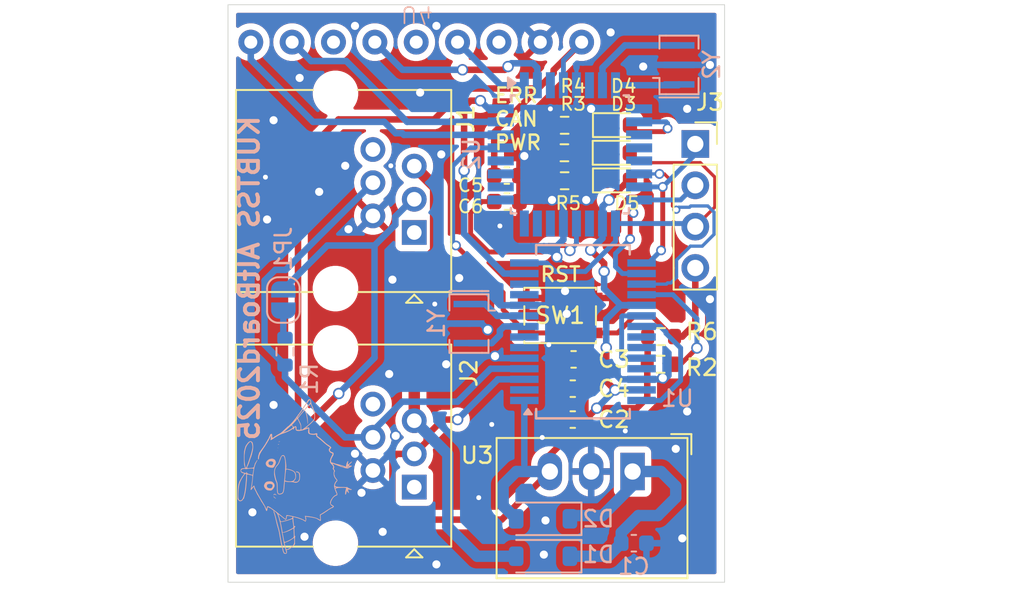
<source format=kicad_pcb>
(kicad_pcb (version 20240108) (generator "pcbnew") (generator_version "8.0")
  (layers (0 "F.Cu" signal) (31 "B.Cu" signal) (34 "B.Paste" user) (35 "F.Paste" user) (36 "B.SilkS" user "B.Silkscreen") (37 "F.SilkS" user "F.Silkscreen") (38 "B.Mask" user) (39 "F.Mask" user) (44 "Edge.Cuts" user))
  (net 0 "")
  (net 1 "Net-(D1-K)")
  (net 2 "GND")
  (net 3 "+5V")
  (net 4 "Net-(U2-AREF)")
  (net 5 "Net-(D1-A)")
  (net 6 "SCLK")
  (net 7 "Net-(D3-K)")
  (net 8 "Net-(D4-K)")
  (net 9 "ERR")
  (net 10 "Net-(D5-K)")
  (net 11 "CANH")
  (net 14 "CANL")
  (net 17 "MISO")
  (net 18 "RST")
  (net 19 "MOSI")
  (net 20 "Net-(JP1-B)")
  (net 21 "Net-(U1-~{RESET})")
  (net 22 "Net-(U1-RXD)")
  (net 24 "Net-(U1-TXD)")
  (net 29 "INT")
  (net 30 "CS")
  (net 31 "Net-(U1-OSC2)")
  (net 32 "Net-(U1-OSC1)")
  (net 37 "Net-(U2-XTAL1{slash}PB6)")
  (net 39 "TRIG")
  (net 45 "RX")
  (net 46 "ECHO")
  (net 49 "Net-(U2-XTAL2{slash}PB7)")
  (net 53 "TX")
  (footprint "Connector_RJ:RJ25_Wayconn_MJEA-660X1_Horizontal" (layer "F.Cu") (at 127.14 32.8 -90)
    (property "Reference" "J1")
    (property "Value" "RJ25")
  )
  (footprint "Connector_PinSocket_2.54mm:PinSocket_1x04_P2.54mm_Vertical" (layer "F.Cu") (at 144.4 27.36)
    (property "Reference" "J3")
    (property "Value" "ICSP")
  )
  (footprint "Capacitor_SMD:C_0603_1608Metric" (layer "F.Cu") (at 132.825 30.9 180)
    (property "Reference" "C6")
    (property "Value" "0.1u")
  )
  (footprint "LED_SMD:LED_0603_1608Metric" (layer "F.Cu") (at 139.5875 27.9)
    (property "Reference" "D3")
    (property "Value" "CAN" (hide yes))
  )
  (footprint "Capacitor_SMD:C_0603_1608Metric" (layer "F.Cu") (at 136.925 40.6)
    (property "Reference" "C3")
    (property "Value" "0.1u")
  )
  (footprint "Converter_DCDC:Converter_DCDC_RECOM_R-78E-0.5_THT" (layer "F.Cu") (at 140.547 47.4925 180)
    (property "Reference" "U3")
    (property "Value" "R-78E5.0-0.5")
  )
  (footprint "Button_Switch_SMD:SW_SPST_PTS810" (layer "F.Cu") (at 136.1 37.9 180)
    (property "Reference" "SW1")
    (property "Value" "RST" (hide yes))
  )
  (footprint "Capacitor_SMD:C_0603_1608Metric" (layer "F.Cu") (at 136.875 44.3 180)
    (property "Reference" "C2")
    (property "Value" "0.1u")
  )
  (footprint "LED_SMD:LED_0603_1608Metric" (layer "F.Cu") (at 139.6 26.2)
    (property "Reference" "D4")
    (property "Value" "ERR" (hide yes))
  )
  (footprint "Capacitor_SMD:C_0603_1608Metric" (layer "F.Cu") (at 132.825 29.3)
    (property "Reference" "C5")
    (property "Value" "0.1u")
  )
  (footprint "Connector_RJ:RJ25_Wayconn_MJEA-660X1_Horizontal" (layer "F.Cu") (at 127.14 48.45 -90)
    (property "Reference" "J2")
    (property "Value" "RJ25")
  )
  (footprint "Resistor_SMD:R_0603_1608Metric" (layer "F.Cu") (at 136.375 29.62 180)
    (property "Reference" "R5")
    (property "Value" "1k")
  )
  (footprint "Resistor_SMD:R_0603_1608Metric" (layer "F.Cu") (at 136.375 26.21 180)
    (property "Reference" "R4")
    (property "Value" "1k")
  )
  (footprint "Resistor_SMD:R_0603_1608Metric" (layer "F.Cu") (at 142.275 40.9)
    (property "Reference" "R2")
    (property "Value" "10k")
  )
  (footprint "LED_SMD:LED_0603_1608Metric" (layer "F.Cu") (at 139.6 29.6)
    (property "Reference" "D5")
    (property "Value" "PWR" (hide yes))
  )
  (footprint "Resistor_SMD:R_0603_1608Metric" (layer "F.Cu") (at 136.3625 27.9 180)
    (property "Reference" "R3")
    (property "Value" "1k")
  )
  (footprint "Resistor_SMD:R_0603_1608Metric" (layer "F.Cu") (at 142.3 39.2)
    (property "Reference" "R6")
    (property "Value" "10k")
  )
  (footprint "Capacitor_SMD:C_0603_1608Metric" (layer "F.Cu") (at 136.875 42.4)
    (property "Reference" "C4")
    (property "Value" "0.1u")
  )
  (footprint "Resistor_SMD:R_0603_1608Metric" (layer "B.Cu") (at 119.2 40.125 90)
    (property "Reference" "R1")
    (property "Value" "120")
  )
  (footprint "Diode_SMD:D_SOD-123" (layer "B.Cu") (at 135.05 50.4 180)
    (property "Reference" "D2")
    (property "Value" "RB160M")
  )
  (footprint "Package_QFP:TQFP-32_7x7mm_P0.8mm" (layer "B.Cu") (at 136.7 28 -90)
    (property "Reference" "U2")
    (property "Value" "ATmega328P-A")
  )
  (footprint "Crystal:Resonator_SMD_Murata_CSTxExxV-3Pin_3.0x1.1mm" (layer "B.Cu") (at 143.4 22.5 90)
    (property "Reference" "Y2")
    (property "Value" "16MHz")
  )
  (footprint "Diode_SMD:D_SOD-123" (layer "B.Cu") (at 135.05 52.7 180)
    (property "Reference" "D1")
    (property "Value" "RB160M")
  )
  (footprint "KUBTSS_parts:DFROBOT_SEN0001_v5" (layer "B.Cu") (at 127.26 21.1)
    (property "Reference" "U4")
    (property "Value" "~")
  )
  (footprint "Jumper:SolderJumper-2_P1.3mm_Open_RoundedPad1.0x1.5mm" (layer "B.Cu") (at 119.1 36.95 -90)
    (property "Reference" "JP1")
    (property "Value" "CAN")
  )
  (footprint "Package_SO:SSOP-28_5.3x10.2mm_P0.65mm" (layer "B.Cu") (at 137.5 38.9)
    (property "Reference" "U1")
    (property "Value" "MCP25625-x-SS")
  )
  (footprint "Capacitor_SMD:C_0603_1608Metric" (layer "B.Cu") (at 140.625 51.9)
    (property "Reference" "C1")
    (property "Value" "10u")
  )
  (footprint "Crystal:Resonator_SMD_Murata_CSTxExxV-3Pin_3.0x1.1mm" (layer "B.Cu") (at 130.5 38.4 -90)
    (property "Reference" "Y1")
    (property "Value" "16MHz")
  )
  (footprint "AKI_PARTS:eruba_10mm" (layer "B.Cu") (at 120.266729 47.704035 -90)
    (property "Reference" "G***" (hide yes))
    (property "Value" "LOGO" (hide yes))
  )
  (gr_rect (start 115.7 18.8) (end 146.2 54.3) (stroke (width 0.05)) (fill none) (layer "Edge.Cuts"))
  (gr_text "KUBTSS AltBoard2025" (at 117.7 25.5 90) (layer "B.SilkS") (effects (font (size 1.2 1.2) (thickness 0.24) (bold yes)) (justify left bottom mirror)))
  (gr_text "RST" (at 134.8 35.9 0) (layer "F.SilkS") (effects (font (size 0.9 0.9) (thickness 0.15) (bold yes)) (justify left bottom)))
  (gr_text "ERR\nCAN\nPWR" (at 132 27.8 0) (layer "F.SilkS") (effects (font (size 0.9 0.9) (thickness 0.15) (bold yes)) (justify left bottom)))
  (segment (start 139.05 52.7) (end 139.85 51.9) (width 0.7) (layer "B.Cu") (net 1))
  (segment (start 142.1 50.2) (end 140.9 50.2) (width 0.7) (layer "B.Cu") (net 1))
  (segment (start 136.7 50.2) (end 138.7 50.2) (width 0.7) (layer "B.Cu") (net 1))
  (segment (start 140.9 50.2) (end 139.85 51.25) (width 0.7) (layer "B.Cu") (net 1))
  (segment (start 143.2 49.1) (end 142.1 50.2) (width 0.7) (layer "B.Cu") (net 1))
  (segment (start 143.2 48.4) (end 143.2 49.1) (width 0.7) (layer "B.Cu") (net 1))
  (segment (start 140.547 48.353) (end 140.547 47.4925) (width 0.7) (layer "B.Cu") (net 1))
  (segment (start 140.245478 47.4925) (end 140.547 47.4925) (width 0.7) (layer "B.Cu") (net 1))
  (segment (start 140.547 47.4925) (end 142.2925 47.4925) (width 0.7) (layer "B.Cu") (net 1))
  (segment (start 142.2925 47.4925) (end 143.2 48.4) (width 0.7) (layer "B.Cu") (net 1))
  (segment (start 136.7 52.7) (end 139.05 52.7) (width 0.7) (layer "B.Cu") (net 1))
  (segment (start 139.85 51.25) (end 139.85 51.9) (width 0.7) (layer "B.Cu") (net 1))
  (segment (start 138.7 50.2) (end 140.547 48.353) (width 0.7) (layer "B.Cu") (net 1))
  (segment (start 136.15 42.35) (end 136.1 42.4) (width 0.2) (layer "F.Cu") (net 2))
  (segment (start 142.404947 41.742746) (end 142.404947 41.804947) (width 0.4) (layer "F.Cu") (net 2))
  (segment (start 136.3 35) (end 136.3 36.3) (width 0.4) (layer "F.Cu") (net 2))
  (segment (start 142.404947 41.804947) (end 143.9 43.3) (width 0.4) (layer "F.Cu") (net 2))
  (segment (start 136.3 36.3) (end 136.4 36.4) (width 0.4) (layer "F.Cu") (net 2))
  (segment (start 135.895014 34.302493) (end 135.895014 34.595014) (width 0.4) (layer "F.Cu") (net 2))
  (segment (start 131.65146 38.778216) (end 131.65146 39.95146) (width 0.4) (layer "F.Cu") (net 2))
  (segment (start 135.895014 34.595014) (end 136.3 35) (width 0.4) (layer "F.Cu") (net 2))
  (segment (start 136.15 40.6) (end 136.15 42.35) (width 0.4) (layer "F.Cu") (net 2))
  (segment (start 131.65146 39.95146) (end 132.1 40.4) (width 0.4) (layer "F.Cu") (net 2))
  (segment (start 143.9 43.3) (end 143.9 43.8) (width 0.4) (layer "F.Cu") (net 2))
  (segment (start 136.1 42.4) (end 136.1 44.3) (width 0.4) (layer "F.Cu") (net 2))
  (via (at 127.5 24.2) (size 0.7) (drill 0.5) (layers "F.Cu" "B.Cu") (net 2))
  (via (at 125.7 28.7) (size 0.6) (drill 0.3) (layers "F.Cu" "B.Cu") (net 2))
  (via (at 138 25.2) (size 0.7) (drill 0.5) (layers "F.Cu" "B.Cu") (net 2))
  (via (at 118 29.4) (size 0.6) (drill 0.3) (layers "F.Cu" "B.Cu") (net 2))
  (via (at 132.4 32.4) (size 0.6) (drill 0.3) (layers "F.Cu" "B.Cu") (net 2))
  (via (at 125.8 35.7) (size 0.7) (drill 0.5) (layers "F.Cu" "B.Cu") (net 2))
  (via (at 128.4 37.2) (size 0.6) (drill 0.3) (layers "F.Cu" "B.Cu") (net 2))
  (via (at 120.4 51.5) (size 0.7) (drill 0.5) (layers "F.Cu" "B.Cu") (net 2))
  (via (at 131.9 44.6) (size 0.6) (drill 0.3) (layers "F.Cu" "B.Cu") (net 2))
  (via (at 123.9 48.8) (size 0.7) (drill 0.5) (layers "F.Cu" "B.Cu") (net 2))
  (via (at 123.5 46.4) (size 0.7) (drill 0.5) (layers "F.Cu" "B.Cu") (net 2))
  (via (at 136.4 36.4) (size 0.7) (drill 0.5) (layers "F.Cu" "B.Cu") (net 2))
  (via (at 128.5 53.2) (size 0.7) (drill 0.5) (layers "F.Cu" "B.Cu") (net 2))
  (via (at 135.895014 34.302493) (size 0.7) (drill 0.5) (layers "F.Cu" "B.Cu") (net 2))
  (via (at 118.5 43.4) (size 0.7) (drill 0.5) (layers "F.Cu" "B.Cu") (net 2))
  (via (at 142.404947 41.742746) (size 0.7) (drill 0.5) (layers "F.Cu" "B.Cu") (net 2))
  (via (at 120.1 23.3) (size 0.7) (drill 0.5) (layers "F.Cu" "B.Cu") (net 2))
  (via (at 136.5 37.8) (size 0.7) (drill 0.5) (layers "F.Cu" "B.Cu") (net 2))
  (via (at 140.1 45) (size 0.6) (drill 0.3) (layers "F.Cu" "B.Cu") (net 2))
  (via (at 145.3 22.5) (size 0.7) (drill 0.5) (layers "F.Cu" "B.Cu") (net 2))
  (via (at 126 45.3) (size 0.7) (drill 0.5) (layers "F.Cu" "B.Cu") (net 2))
  (via (at 143.6 51.6) (size 0.7) (drill 0.5) (layers "F.Cu" "B.Cu") (net 2))
  (via (at 131.65146 38.778216) (size 0.7) (drill 0.5) (layers "F.Cu" "B.Cu") (net 2))
  (via (at 125.2 51.2) (size 0.7) (drill 0.5) (layers "F.Cu" "B.Cu") (net 2))
  (via (at 118.5 25.9) (size 0.7) (drill 0.5) (layers "F.Cu" "B.Cu") (net 2))
  (via (at 135.2 50.5) (size 0.7) (drill 0.5) (layers "F.Cu" "B.Cu") (net 2))
  (via (at 123.5 20.1) (size 0.7) (drill 0.5) (layers "F.Cu" "B.Cu") (net 2))
  (via (at 131.1 49.1) (size 0.6) (drill 0.3) (layers "F.Cu" "B.Cu") (net 2))
  (via (at 145.3 36.9) (size 0.7) (drill 0.5) (layers "F.Cu" "B.Cu") (net 2))
  (via (at 118.1 32) (size 0.7) (drill 0.5) (layers "F.Cu" "B.Cu") (net 2))
  (via (at 133.9 28.1) (size 0.7) (drill 0.5) (layers "F.Cu" "B.Cu") (net 2))
  (via (at 123.1 32.6) (size 0.7) (drill 0.5) (layers "F.Cu" "B.Cu") (net 2))
  (via (at 129.1 40.9) (size 0.7) (drill 0.5) (layers "F.Cu" "B.Cu") (net 2))
  (via (at 122.9 28.7) (size 0.7) (drill 0.5) (layers "F.Cu" "B.Cu") (net 2))
  (via (at 143.2 46.1) (size 0.7) (drill 0.5) (layers "F.Cu" "B.Cu") (net 2))
  (via (at 121.3 30.3) (size 0.7) (drill 0.5) (layers "F.Cu" "B.Cu") (net 2))
  (via (at 135 45.4) (size 0.6) (drill 0.3) (layers "F.Cu" "B.Cu") (net 2))
  (via (at 128.8 28) (size 0.7) (drill 0.5) (layers "F.Cu" "B.Cu") (net 2))
  (via (at 125.6 41.5) (size 0.7) (drill 0.5) (layers "F.Cu" "B.Cu") (net 2))
  (via (at 143.9 25.2) (size 0.7) (drill 0.5) (layers "F.Cu" "B.Cu") (net 2))
  (via (at 137.7 30.8) (size 0.7) (drill 0.5) (layers "F.Cu" "B.Cu") (net 2))
  (via (at 135.6 30.8) (size 0.7) (drill 0.5) (layers "F.Cu" "B.Cu") (net 2))
  (via (at 132.1 40.4) (size 0.7) (drill 0.5) (layers "F.Cu" "B.Cu") (net 2))
  (via (at 139.2 20.5) (size 0.7) (drill 0.5) (layers "F.Cu" "B.Cu") (net 2))
  (via (at 135.5 25.2) (size 0.6) (drill 0.3) (layers "F.Cu" "B.Cu") (net 2))
  (via (at 128.5 20.1) (size 0.7) (drill 0.5) (layers "F.Cu" "B.Cu") (net 2))
  (via (at 135.1 52.6) (size 0.7) (drill 0.5) (layers "F.Cu" "B.Cu") (net 2))
  (via (at 141.2 22.6) (size 0.7) (drill 0.5) (layers "F.Cu" "B.Cu") (net 2))
  (via (at 117.2 50) (size 0.7) (drill 0.5) (layers "F.Cu" "B.Cu") (net 2))
  (via (at 143.9 43.8) (size 0.7) (drill 0.5) (layers "F.Cu" "B.Cu") (net 2))
  (via (at 135.4 39.7) (size 0.6) (drill 0.3) (layers "F.Cu" "B.Cu") (net 2))
  (via (at 129.9 35.6) (size 0.7) (drill 0.5) (layers "F.Cu" "B.Cu") (net 2))
  (segment (start 132.225 40.525) (end 133.9 40.525) (width 0.4) (layer "B.Cu") (net 2))
  (segment (start 135.895014 33.644325) (end 135.895014 34.302493) (width 0.4) (layer "B.Cu") (net 2))
  (segment (start 132.423528 37.275) (end 133.9 37.275) (width 0.4) (layer "B.Cu") (net 2))
  (segment (start 130.5 38.4) (end 129.2 38.4) (width 0.4) (layer "B.Cu") (net 2))
  (segment (start 128.5 39.4) (end 128.4 39.5) (width 0.4) (layer "B.Cu") (net 2))
  (segment (start 136.3 32.25) (end 136.3 31.05) (width 0.4) (layer "B.Cu") (net 2))
  (segment (start 128.5 39.1) (end 128.5 39.4) (width 0.4) (layer "B.Cu") (net 2))
  (segment (start 130.748528 35.6) (end 132.423528 37.275) (width 0.4) (layer "B.Cu") (net 2))
  (segment (start 129.2 38.4) (end 128.5 39.1) (width 0.4) (layer "B.Cu") (net 2))
  (segment (start 142.322693 41.825) (end 142.404947 41.742746) (width 0.4) (layer "B.Cu") (net 2))
  (segment (start 135.975 37.275) (end 136.5 37.8) (width 0.4) (layer "B.Cu") (net 2))
  (segment (start 136.05 30.8) (end 135.6 30.8) (width 0.4) (layer "B.Cu") (net 2))
  (segment (start 129.9 35.6) (end 130.748528 35.6) (width 0.4) (layer "B.Cu") (net 2))
  (segment (start 128.4 40.2) (end 129.1 40.9) (width 0.4) (layer "B.Cu") (net 2))
  (segment (start 136.3 33.239339) (end 135.895014 33.644325) (width 0.4) (layer "B.Cu") (net 2))
  (segment (start 141.1 41.825) (end 142.322693 41.825) (width 0.4) (layer "B.Cu") (net 2))
  (segment (start 139.825 41.825) (end 136.5 38.5) (width 0.4) (layer "B.Cu") (net 2))
  (segment (start 128.4 39.5) (end 128.4 40.2) (width 0.4) (layer "B.Cu") (net 2))
  (segment (start 136.3 31.05) (end 136.05 30.8) (width 0.4) (layer "B.Cu") (net 2))
  (segment (start 141.1 41.825) (end 139.825 41.825) (width 0.4) (layer "B.Cu") (net 2))
  (segment (start 131.65146 38.778216) (end 131.273244 38.4) (width 0.4) (layer "B.Cu") (net 2))
  (segment (start 133.9 37.275) (end 135.975 37.275) (width 0.4) (layer "B.Cu") (net 2))
  (segment (start 132.1 40.4) (end 132.225 40.525) (width 0.4) (layer "B.Cu") (net 2))
  (segment (start 136.3 32.25) (end 136.3 33.239339) (width 0.4) (layer "B.Cu") (net 2))
  (segment (start 136.5 38.5) (end 136.5 37.8) (width 0.4) (layer "B.Cu") (net 2))
  (segment (start 131.273244 38.4) (end 130.5 38.4) (width 0.4) (layer "B.Cu") (net 2))
  (segment (start 120 47.2) (end 120 28.339339) (width 0.4) (layer "F.Cu") (net 3))
  (segment (start 135.467 46.483) (end 137.65 44.3) (width 0.4) (layer "F.Cu") (net 3))
  (segment (start 138.930331 41.94626) (end 139.469425 42.485354) (width 0.4) (layer "F.Cu") (net 3))
  (segment (start 135.7 22.82) (end 135.7 23) (width 0.4) (layer "F.Cu") (net 3))
  (segment (start 132.5095 50.45) (end 124.55 50.45) (width 0.4) (layer "F.Cu") (net 3))
  (segment (start 140.8 43.6) (end 141.45 42.95) (width 0.4) (layer "F.Cu") (net 3))
  (segment (start 134.7 24) (end 132.05 26.65) (width 0.4) (layer "F.Cu") (net 3))
  (segment (start 138.8 35.2) (end 138.8 34.7) (width 0.4) (layer "F.Cu") (net 3))
  (segment (start 138.8 34.7) (end 137.980025 33.880025) (width 0.4) (layer "F.Cu") (net 3))
  (segment (start 140.3875 29.6) (end 140.3 29.6) (width 0.4) (layer "F.Cu") (net 3))
  (segment (start 124.5 50.5) (end 123.3 50.5) (width 0.4) (layer "F.Cu") (net 3))
  (segment (start 128.369512 25.85) (end 130.269512 23.95) (width 0.4) (layer "F.Cu") (net 3))
  (segment (start 130.269512 23.95) (end 134.65 23.95) (width 0.4) (layer "F.Cu") (net 3))
  (segment (start 134.65 23.95) (end 134.7 24) (width 0.4) (layer "F.Cu") (net 3))
  (segment (start 137.7 42.35) (end 137.65 42.4) (width 0.4) (layer "F.Cu") (net 3))
  (segment (start 141.475 39.2) (end 141.475 40.875) (width 0.4) (layer "F.Cu") (net 3))
  (segment (start 137.65 44.3) (end 138.35 43.6) (width 0.4) (layer "F.Cu") (net 3))
  (segment (start 137.7 40.6) (end 137.7 42.35) (width 0.4) (layer "F.Cu") (net 3))
  (segment (start 138.930331 39.869669) (end 138.930331 41.94626) (width 0.4) (layer "F.Cu") (net 3))
  (segment (start 138.35 43.6) (end 140.8 43.6) (width 0.4) (layer "F.Cu") (net 3))
  (segment (start 135.467 47.4925) (end 135.467 46.483) (width 0.4) (layer "F.Cu") (net 3))
  (segment (start 141.45 42.95) (end 141.45 40.9) (width 0.4) (layer "F.Cu") (net 3))
  (segment (start 122.489339 25.85) (end 128.369512 25.85) (width 0.4) (layer "F.Cu") (net 3))
  (segment (start 135.467 47.4925) (end 132.5095 50.45) (width 0.4) (layer "F.Cu") (net 3))
  (segment (start 141.475 40.875) (end 141.45 40.9) (width 0.4) (layer "F.Cu") (net 3))
  (segment (start 132.05 26.65) (end 132.05 29.3) (width 0.4) (layer "F.Cu") (net 3))
  (segment (start 120 28.339339) (end 122.489339 25.85) (width 0.4) (layer "F.Cu") (net 3))
  (segment (start 124.55 50.45) (end 124.5 50.5) (width 0.4) (layer "F.Cu") (net 3))
  (segment (start 137.42 21.1) (end 135.7 22.82) (width 0.4) (layer "F.Cu") (net 3))
  (segment (start 135.7 23) (end 134.7 24) (width 0.4) (layer "F.Cu") (net 3))
  (segment (start 140.3 29.6) (end 139.1 30.8) (width 0.4) (layer "F.Cu") (net 3))
  (segment (start 137.65 42.4) (end 137.65 44.3) (width 0.4) (layer "F.Cu") (net 3))
  (segment (start 123.3 50.5) (end 120 47.2) (width 0.4) (layer "F.Cu") (net 3))
  (via (at 138.930331 39.869669) (size 0.7) (drill 0.5) (layers "F.Cu" "B.Cu") (net 3))
  (via (at 139.1 30.8) (size 0.7) (drill 0.5) (layers "F.Cu" "B.Cu") (net 3))
  (via (at 138.8 35.2) (size 0.7) (drill 0.5) (layers "F.Cu" "B.Cu") (net 3))
  (via (at 138.35 43.6) (size 0.7) (drill 0.5) (layers "F.Cu" "B.Cu") (net 3))
  (via (at 139.469425 42.485354) (size 0.7) (drill 0.5) (layers "F.Cu" "B.Cu") (net 3))
  (via (at 137.980025 33.880025) (size 0.7) (drill 0.5) (layers "F.Cu" "B.Cu") (net 3))
  (segment (start 139.825 37.275) (end 138.8 36.25) (width 0.4) (layer "B.Cu") (net 3))
  (segment (start 137.42 21.1) (end 136.3 22.22) (width 0.3) (layer "B.Cu") (net 3))
  (segment (start 139.1 30.8) (end 138.7 31.2) (width 0.4) (layer "B.Cu") (net 3))
  (segment (start 138.7 31.2) (end 138.7 32.25) (width 0.4) (layer "B.Cu") (net 3))
  (segment (start 138.7 33.16005) (end 138.7 32.25) (width 0.4) (layer "B.Cu") (net 3))
  (segment (start 133.4 50.4) (end 132.6 49.6) (width 0.7) (layer "B.Cu") (net 3))
  (segment (start 133.9 43.125) (end 133.9 47.0595) (width 0.4) (layer "B.Cu") (net 3))
  (segment (start 137.980025 33.880025) (end 138.7 33.16005) (width 0.4) (layer "B.Cu") (net 3))
  (segment (start 136.3 22.22) (end 136.3 23.75) (width 0.3) (layer "B.Cu") (net 3))
  (segment (start 132.6 48.3) (end 133.4075 47.4925) (width 0.7) (layer "B.Cu") (net 3))
  (segment (start 138.930331 38.141852) (end 138.930331 39.869669) (width 0.4) (layer "B.Cu") (net 3))
  (segment (start 139.475 42.475) (end 138.35 43.6) (width 0.4) (layer "B.Cu") (net 3))
  (segment (start 132.6 49.6) (end 132.6 48.3) (width 0.7) (layer "B.Cu") (net 3))
  (segment (start 133.4075 47.4925) (end 135.467 47.4925) (width 0.7) (layer "B.Cu") (net 3))
  (segment (start 138.8 36.25) (end 138.8 35.2) (width 0.4) (layer "B.Cu") (net 3))
  (segment (start 139.825 37.275) (end 139.797183 37.275) (width 0.4) (layer "B.Cu") (net 3))
  (segment (start 139.797183 37.275) (end 138.930331 38.141852) (width 0.4) (layer "B.Cu") (net 3))
  (segment (start 141.1 37.275) (end 139.797182 37.275) (width 0.4) (layer "B.Cu") (net 3))
  (segment (start 135.9 47.0595) (end 135.467 47.4925) (width 0.4) (layer "B.Cu") (net 3))
  (segment (start 141.1 42.475) (end 139.475 42.475) (width 0.4) (layer "B.Cu") (net 3))
  (segment (start 141.1 37.275) (end 139.825 37.275) (width 0.4) (layer "B.Cu") (net 3))
  (segment (start 130.6 31.6) (end 131.3 30.9) (width 0.3) (layer "F.Cu") (net 4))
  (segment (start 136.402493 33.602493) (end 135.397507 33.602493) (width 0.3) (layer "F.Cu") (net 4))
  (segment (start 131.7 34) (end 130.6 32.9) (width 0.3) (layer "F.Cu") (net 4))
  (segment (start 131.3 30.9) (end 132.05 30.9) (width 0.3) (layer "F.Cu") (net 4))
  (segment (start 136.7 33.9) (end 136.402493 33.602493) (width 0.3) (layer "F.Cu") (net 4))
  (segment (start 135 34) (end 131.7 34) (width 0.3) (layer "F.Cu") (net 4))
  (segment (start 135.397507 33.602493) (end 135 34) (width 0.3) (layer "F.Cu") (net 4))
  (segment (start 130.6 32.9) (end 130.6 31.6) (width 0.3) (layer "F.Cu") (net 4))
  (via (at 136.7 33.9) (size 0.7) (drill 0.5) (layers "F.Cu" "B.Cu") (net 4))
  (segment (start 137.1 33.5) (end 137.1 32.25) (width 0.3) (layer "B.Cu") (net 4))
  (segment (start 136.7 33.9) (end 137.1 33.5) (width 0.3) (layer "B.Cu") (net 4))
  (segment (start 128.45 33.95) (end 127.14 35.26) (width 0.7) (layer "F.Cu") (net 5))
  (segment (start 127.14 35.26) (end 127.14 44.37) (width 0.7) (layer "F.Cu") (net 5))
  (segment (start 128.45 30.03) (end 128.45 33.95) (width 0.7) (layer "F.Cu") (net 5))
  (segment (start 127.14 28.72) (end 128.45 30.03) (width 0.7) (layer "F.Cu") (net 5))
  (segment (start 133.4 52.7) (end 131 52.7) (width 0.7) (layer "B.Cu") (net 5))
  (segment (start 129.2 46.43) (end 127.14 44.37) (width 0.7) (layer "B.Cu") (net 5))
  (segment (start 131 52.7) (end 129.2 50.9) (width 0.7) (layer "B.Cu") (net 5))
  (segment (start 129.2 50.9) (end 129.2 46.43) (width 0.7) (layer "B.Cu") (net 5))
  (segment (start 144.71 28.51) (end 140.985 28.51) (width 0.2) (layer "F.Cu") (net 6))
  (segment (start 145.6 29.4) (end 144.71 28.51) (width 0.2) (layer "F.Cu") (net 6))
  (segment (start 140.985 28.51) (end 140.375 27.9) (width 0.2) (layer "F.Cu") (net 6))
  (segment (start 144.4 31.825) (end 144.4 32.44) (width 0.3) (layer "F.Cu") (net 6))
  (segment (start 144.4 32.44) (end 145.6 31.24) (width 0.2) (layer "F.Cu") (net 6))
  (segment (start 145.6 31.24) (end 145.6 29.4) (width 0.2) (layer "F.Cu") (net 6))
  (segment (start 135.8 35.2) (end 135.275 34.675) (width 0.3) (layer "B.Cu") (net 6))
  (segment (start 139.5 33.35) (end 137.65 35.2) (width 0.3) (layer "B.Cu") (net 6))
  (segment (start 135.275 34.675) (end 133.9 34.675) (width 0.3) (layer "B.Cu") (net 6))
  (segment (start 139.5 32.25) (end 144.21 32.25) (width 0.3) (layer "B.Cu") (net 6))
  (segment (start 139.5 32.25) (end 139.5 33.35) (width 0.3) (layer "B.Cu") (net 6))
  (segment (start 137.65 35.2) (end 135.8 35.2) (width 0.3) (layer "B.Cu") (net 6))
  (segment (start 144.21 32.25) (end 144.4 32.44) (width 0.3) (layer "B.Cu") (net 6))
  (segment (start 137.1875 27.9) (end 138.8 27.9) (width 0.4) (layer "F.Cu") (net 7))
  (segment (start 138.8025 26.21) (end 138.8125 26.2) (width 0.4) (layer "F.Cu") (net 8))
  (segment (start 137.2 26.21) (end 138.8025 26.21) (width 0.4) (layer "F.Cu") (net 8))
  (segment (start 142.5 26.6) (end 140.7875 26.6) (width 0.3) (layer "F.Cu") (net 9))
  (segment (start 142.7 26.4) (end 142.5 26.6) (width 0.3) (layer "F.Cu") (net 9))
  (segment (start 140.7875 26.6) (end 140.3875 26.2) (width 0.3) (layer "F.Cu") (net 9))
  (via (at 142.7 26.4) (size 0.6) (drill 0.4) (layers "F.Cu" "B.Cu") (net 9))
  (segment (start 142.7 26.4) (end 142.7 26.1) (width 0.3) (layer "B.Cu") (net 9))
  (segment (start 142.6 26) (end 140.95 26) (width 0.3) (layer "B.Cu") (net 9))
  (segment (start 142.7 26.1) (end 142.6 26) (width 0.3) (layer "B.Cu") (net 9))
  (segment (start 138.7925 29.62) (end 138.8125 29.6) (width 0.4) (layer "F.Cu") (net 10))
  (segment (start 137.2 29.62) (end 138.7925 29.62) (width 0.4) (layer "F.Cu") (net 10))
  (segment (start 124.6 45) (end 126.4 43.2) (width 0.4) (layer "B.Cu") (net 11))
  (segment (start 124.6 45.39) (end 124.6 45) (width 0.4) (layer "B.Cu") (net 11))
  (segment (start 124.6 29.74) (end 119.24 35.1) (width 0.4) (layer "B.Cu") (net 11))
  (segment (start 117.945 39.695) (end 119.2 40.95) (width 0.4) (layer "B.Cu") (net 11))
  (segment (start 122.89 45.39) (end 124.6 45.39) (width 0.4) (layer "B.Cu") (net 11))
  (segment (start 119.24 35.1) (end 118.6 35.1) (width 0.4) (layer "B.Cu") (net 11))
  (segment (start 118.6 35.1) (end 117.945 35.755) (width 0.4) (layer "B.Cu") (net 11))
  (segment (start 129.8 43.2) (end 131.825 41.175) (width 0.4) (layer "B.Cu") (net 11))
  (segment (start 126.4 43.2) (end 129.8 43.2) (width 0.4) (layer "B.Cu") (net 11))
  (segment (start 119.2 40.95) (end 119.2 41.7) (width 0.4) (layer "B.Cu") (net 11))
  (segment (start 131.825 41.175) (end 133.9 41.175) (width 0.4) (layer "B.Cu") (net 11))
  (segment (start 119.2 41.7) (end 122.89 45.39) (width 0.4) (layer "B.Cu") (net 11))
  (segment (start 117.945 35.755) (end 117.945 39.695) (width 0.4) (layer "B.Cu") (net 11))
  (segment (start 127.9 45.3) (end 127.9 45.65) (width 0.4) (layer "F.Cu") (net 14))
  (segment (start 120.7 44.5) (end 122.5 42.7) (width 0.4) (layer "F.Cu") (net 14))
  (segment (start 129.8 44.3) (end 128.9 44.3) (width 0.4) (layer "F.Cu") (net 14))
  (segment (start 126.065198 46.41) (end 125.8 46.675198) (width 0.4) (layer "F.Cu") (net 14))
  (segment (start 123.5 49.8) (end 120.7 47) (width 0.4) (layer "F.Cu") (net 14))
  (segment (start 127.14 46.41) (end 126.065198 46.41) (width 0.4) (layer "F.Cu") (net 14))
  (segment (start 125.3 49.8) (end 123.5 49.8) (width 0.4) (layer "F.Cu") (net 14))
  (segment (start 125.8 46.675198) (end 125.8 49.3) (width 0.4) (layer "F.Cu") (net 14))
  (segment (start 120.7 47) (end 120.7 44.5) (width 0.4) (layer "F.Cu") (net 14))
  (segment (start 127.9 45.65) (end 127.14 46.41) (width 0.4) (layer "F.Cu") (net 14))
  (segment (start 128.9 44.3) (end 127.9 45.3) (width 0.4) (layer "F.Cu") (net 14))
  (segment (start 125.8 49.3) (end 125.3 49.8) (width 0.4) (layer "F.Cu") (net 14))
  (via (at 129.8 44.3) (size 0.7) (drill 0.5) (layers "F.Cu" "B.Cu") (net 14))
  (via (at 122.5 42.7) (size 0.7) (drill 0.5) (layers "F.Cu" "B.Cu") (net 14))
  (segment (start 122.5 42.7) (end 124.7 40.5) (width 0.4) (layer "B.Cu") (net 14))
  (segment (start 124.7 40.5) (end 124.7 33.6) (width 0.4) (layer "B.Cu") (net 14))
  (segment (start 133.9 41.825) (end 132.275 41.825) (width 0.4) (layer "B.Cu") (net 14))
  (segment (start 125.98 32.32) (end 125.98 31.82) (width 0.4) (layer "B.Cu") (net 14))
  (segment (start 119.1 36.3) (end 121.8 33.6) (width 0.4) (layer "B.Cu") (net 14))
  (segment (start 124.7 33.6) (end 125.98 32.32) (width 0.4) (layer "B.Cu") (net 14))
  (segment (start 125.98 31.82) (end 127.04 30.76) (width 0.4) (layer "B.Cu") (net 14))
  (segment (start 121.8 33.6) (end 124.7 33.6) (width 0.4) (layer "B.Cu") (net 14))
  (segment (start 127.04 30.76) (end 127.14 30.76) (width 0.4) (layer "B.Cu") (net 14))
  (segment (start 132.275 41.825) (end 129.8 44.3) (width 0.4) (layer "B.Cu") (net 14))
  (segment (start 140.4 31.8) (end 140.6 31.6) (width 0.3) (layer "F.Cu") (net 17))
  (segment (start 140.4 33.2) (end 140.4 31.8) (width 0.3) (layer "F.Cu") (net 17))
  (via (at 140.4 33.2) (size 0.6) (drill 0.4) (layers "F.Cu" "B.Cu") (net 17))
  (via (at 140.6 31.6) (size 0.6) (drill 0.4) (layers "F.Cu" "B.Cu") (net 17))
  (segment (start 139.5 34.9) (end 139.5 34.7) (width 0.3) (layer "B.Cu") (net 17))
  (segment (start 139.925 35.325) (end 139.5 34.9) (width 0.3) (layer "B.Cu") (net 17))
  (segment (start 143.5 30.8) (end 144.4 29.9) (width 0.3) (layer "B.Cu") (net 17))
  (segment (start 140.6 31.6) (end 140.6 31.15) (width 0.3) (layer "B.Cu") (net 17))
  (segment (start 140.6 31.15) (end 140.95 30.8) (width 0.3) (layer "B.Cu") (net 17))
  (segment (start 139.5 34.7) (end 139.5 34.1) (width 0.3) (layer "B.Cu") (net 17))
  (segment (start 141.1 35.325) (end 139.925 35.325) (width 0.3) (layer "B.Cu") (net 17))
  (segment (start 140.95 30.8) (end 143.5 30.8) (width 0.3) (layer "B.Cu") (net 17))
  (segment (start 139.5 34.1) (end 140.4 33.2) (width 0.3) (layer "B.Cu") (net 17))
  (segment (start 132.6 36.5) (end 132.6 37.55) (width 0.3) (layer "F.Cu") (net 18))
  (segment (start 132.6 37.55) (end 134.025 38.975) (width 0.3) (layer "F.Cu") (net 18))
  (segment (start 138.175 38.975) (end 139.625 38.975) (width 0.3) (layer "F.Cu") (net 18))
  (segment (start 143 39.2) (end 143.125 39.2) (width 0.3) (layer "F.Cu") (net 18))
  (segment (start 134.025 38.975) (end 138.175 38.975) (width 0.3) (layer "F.Cu") (net 18))
  (segment (start 144.4 38.4) (end 144.4 34.98) (width 0.4) (layer "F.Cu") (net 18))
  (segment (start 139.625 38.975) (end 140.6 38) (width 0.3) (layer "F.Cu") (net 18))
  (segment (start 141.8 38) (end 143 39.2) (width 0.3) (layer "F.Cu") (net 18))
  (segment (start 129.7 33.6) (end 132.6 36.5) (width 0.3) (layer "F.Cu") (net 18))
  (segment (start 143.6 39.2) (end 144.4 38.4) (width 0.4) (layer "F.Cu") (net 18))
  (segment (start 140.6 38) (end 141.8 38) (width 0.3) (layer "F.Cu") (net 18))
  (segment (start 143.125 39.2) (end 143.6 39.2) (width 0.4) (layer "F.Cu") (net 18))
  (via (at 129.7 33.6) (size 0.6) (drill 0.4) (layers "F.Cu" "B.Cu") (net 18))
  (segment (start 130.61005 27.6) (end 129.5 28.71005) (width 0.3) (layer "B.Cu") (net 18))
  (segment (start 132.45 27.6) (end 130.61005 27.6) (width 0.3) (layer "B.Cu") (net 18))
  (segment (start 129.5 28.71005) (end 129.5 33.4) (width 0.3) (layer "B.Cu") (net 18))
  (segment (start 129.5 33.4) (end 129.7 33.6) (width 0.3) (layer "B.Cu") (net 18))
  (segment (start 142.3 33.9) (end 142.4 33.8) (width 0.3) (layer "F.Cu") (net 19))
  (segment (start 142.4 33.8) (end 142.4 30) (width 0.3) (layer "F.Cu") (net 19))
  (via (at 142.4 30) (size 0.6) (drill 0.4) (layers "F.Cu" "B.Cu") (net 19))
  (via (at 142.3 33.9) (size 0.6) (drill 0.4) (layers "F.Cu" "B.Cu") (net 19))
  (segment (start 141.1 34.675) (end 141.525 34.675) (width 0.3) (layer "B.Cu") (net 19))
  (segment (start 141.525 34.675) (end 142.3 33.9) (width 0.3) (layer "B.Cu") (net 19))
  (segment (start 140.95 30) (end 142.4 30) (width 0.3) (layer "B.Cu") (net 19))
  (segment (start 144.4 28) (end 144.4 27.36) (width 0.3) (layer "B.Cu") (net 19))
  (segment (start 142.4 30) (end 144.4 28) (width 0.3) (layer "B.Cu") (net 19))
  (segment (start 119.1 37.6) (end 119.1 39.2) (width 0.4) (layer "B.Cu") (net 20))
  (segment (start 119.1 39.2) (end 119.2 39.3) (width 0.4) (layer "B.Cu") (net 20))
  (segment (start 144.5 39.9) (end 143.5 40.9) (width 0.3) (layer "F.Cu") (net 21))
  (segment (start 143.5 40.9) (end 143.1 40.9) (width 0.3) (layer "F.Cu") (net 21))
  (via (at 144.5 39.9) (size 0.7) (drill 0.5) (layers "F.Cu" "B.Cu") (net 21))
  (segment (start 143.025 36.625) (end 141.1 36.625) (width 0.3) (layer "B.Cu") (net 21))
  (segment (start 144.5 38.1) (end 143.025 36.625) (width 0.3) (layer "B.Cu") (net 21))
  (segment (start 144.5 38.1) (end 144.5 39.9) (width 0.3) (layer "B.Cu") (net 21))
  (segment (start 142.275 43.125) (end 141.1 43.125) (width 0.3) (layer "B.Cu") (net 22))
  (segment (start 141.1 38.575) (end 142.25 38.575) (width 0.3) (layer "B.Cu") (net 22))
  (segment (start 142.25 38.575) (end 142.6 38.925) (width 0.3) (layer "B.Cu") (net 22))
  (segment (start 142.6 39) (end 143.5 39.9) (width 0.3) (layer "B.Cu") (net 22))
  (segment (start 142.6 38.925) (end 142.6 39) (width 0.3) (layer "B.Cu") (net 22))
  (segment (start 143.5 41.9) (end 142.275 43.125) (width 0.3) (layer "B.Cu") (net 22))
  (segment (start 143.5 39.9) (end 143.5 41.9) (width 0.3) (layer "B.Cu") (net 22))
  (segment (start 139.875 40.475) (end 139.925 40.525) (width 0.3) (layer "B.Cu") (net 24))
  (segment (start 141.1 37.925) (end 139.925 37.925) (width 0.3) (layer "B.Cu") (net 24))
  (segment (start 139.925 37.925) (end 139.875 37.975) (width 0.3) (layer "B.Cu") (net 24))
  (segment (start 139.925 40.525) (end 141.1 40.525) (width 0.3) (layer "B.Cu") (net 24))
  (segment (start 139.875 37.975) (end 139.875 40.475) (width 0.3) (layer "B.Cu") (net 24))
  (segment (start 131.2 24.7) (end 130.6 24.7) (width 0.4) (layer "F.Cu") (net 29))
  (segment (start 130.2 25.1) (end 130.2 25.4) (width 0.4) (layer "F.Cu") (net 29))
  (segment (start 130.2 25.4) (end 130.2 29) (width 0.4) (layer "F.Cu") (net 29))
  (segment (start 130.6 24.7) (end 130.2 25.1) (width 0.4) (layer "F.Cu") (net 29))
  (via (at 131.2 24.7) (size 0.7) (drill 0.5) (layers "F.Cu" "B.Cu") (net 29))
  (via (at 130.2 29) (size 0.7) (drill 0.5) (layers "F.Cu" "B.Cu") (net 29))
  (segment (start 130.2 32.875) (end 132.65 35.325) (width 0.4) (layer "B.Cu") (net 29))
  (segment (start 132.65 35.325) (end 133.9 35.325) (width 0.4) (layer "B.Cu") (net 29))
  (segment (start 131.7 25.2) (end 131.2 24.7) (width 0.4) (layer "B.Cu") (net 29))
  (segment (start 130.2 29) (end 130.2 32.875) (width 0.4) (layer "B.Cu") (net 29))
  (segment (start 132.45 25.2) (end 131.7 25.2) (width 0.4) (layer "B.Cu") (net 29))
  (segment (start 142.5 29.2) (end 143 29.7) (width 0.2) (layer "F.Cu") (net 30))
  (segment (start 143 29.7) (end 143 30.7) (width 0.2) (layer "F.Cu") (net 30))
  (segment (start 143 31.168328) (end 143.231672 31.4) (width 0.2) (layer "F.Cu") (net 30))
  (segment (start 143 30.7) (end 143 31.168328) (width 0.2) (layer "F.Cu") (net 30))
  (segment (start 142.2 29.2) (end 142.5 29.2) (width 0.2) (layer "F.Cu") (net 30))
  (via (at 142.2 29.2) (size 0.6) (drill 0.4) (layers "F.Cu" "B.Cu") (net 30))
  (via (at 143.231672 31.4) (size 0.5) (drill 0.3) (layers "F.Cu" "B.Cu") (net 30))
  (segment (start 145.55 31.55) (end 145.55 32.916346) (width 0.2) (layer "B.Cu") (net 30))
  (segment (start 143.25 35.55) (end 142.9 35.9) (width 0.2) (layer "B.Cu") (net 30))
  (segment (start 142.625 35.975) (end 141.1 35.975) (width 0.2) (layer "B.Cu") (net 30))
  (segment (start 144.124597 31.169504) (end 145.169504 31.169504) (width 0.2) (layer "B.Cu") (net 30))
  (segment (start 142.9 35.9) (end 142.7 35.9) (width 0.2) (layer "B.Cu") (net 30))
  (segment (start 144.826346 33.64) (end 144.1 33.64) (width 0.2) (layer "B.Cu") (net 30))
  (segment (start 142.7 35.9) (end 142.625 35.975) (width 0.2) (layer "B.Cu") (net 30))
  (segment (start 143.381672 31.25) (end 144.044101 31.25) (width 0.2) (layer "B.Cu") (net 30))
  (segment (start 142 29.2) (end 140.95 29.2) (width 0.2) (layer "B.Cu") (net 30))
  (segment (start 144.044101 31.25) (end 144.124597 31.169504) (width 0.2) (layer "B.Cu") (net 30))
  (segment (start 143.231672 31.4) (end 143.381672 31.25) (width 0.2) (layer "B.Cu") (net 30))
  (segment (start 145.55 32.916346) (end 144.826346 33.64) (width 0.2) (layer "B.Cu") (net 30))
  (segment (start 144.1 33.64) (end 143.25 34.49) (width 0.2) (layer "B.Cu") (net 30))
  (segment (start 142 29.2) (end 142.2 29.2) (width 0.2) (layer "B.Cu") (net 30))
  (segment (start 143.25 34.49) (end 143.25 35.55) (width 0.2) (layer "B.Cu") (net 30))
  (segment (start 145.169504 31.169504) (end 145.55 31.55) (width 0.2) (layer "B.Cu") (net 30))
  (segment (start 132.4 38.825) (end 132.4 39.1) (width 0.4) (layer "B.Cu") (net 31))
  (segment (start 132.65 38.575) (end 132.4 38.825) (width 0.4) (layer "B.Cu") (net 31))
  (segment (start 133.9 38.575) (end 132.65 38.575) (width 0.4) (layer "B.Cu") (net 31))
  (segment (start 132.4 39.1) (end 131.9 39.6) (width 0.4) (layer "B.Cu") (net 31))
  (segment (start 131.9 39.6) (end 130.5 39.6) (width 0.4) (layer "B.Cu") (net 31))
  (segment (start 133.9 37.925) (end 132.225 37.925) (width 0.4) (layer "B.Cu") (net 32))
  (segment (start 132.225 37.925) (end 131.5 37.2) (width 0.4) (layer "B.Cu") (net 32))
  (segment (start 131.5 37.2) (end 130.5 37.2) (width 0.4) (layer "B.Cu") (net 32))
  (segment (start 138.7 22.675) (end 140.075 21.3) (width 0.4) (layer "B.Cu") (net 37))
  (segment (start 140.075 21.3) (end 143.4 21.3) (width 0.4) (layer "B.Cu") (net 37))
  (segment (start 138.7 23.75) (end 138.7 22.675) (width 0.4) (layer "B.Cu") (net 37))
  (segment (start 132.7 22.8) (end 132.9 22.6) (width 0.4) (layer "F.Cu") (net 39))
  (segment (start 130.1 22.8) (end 132.7 22.8) (width 0.4) (layer "F.Cu") (net 39))
  (via (at 130.1 22.8) (size 0.7) (drill 0.5) (layers "F.Cu" "B.Cu") (net 39))
  (via (at 132.9 22.6) (size 0.7) (drill 0.5) (layers "F.Cu" "B.Cu") (net 39))
  (segment (start 124.72 21.1) (end 126.42 22.8) (width 0.4) (layer "B.Cu") (net 39))
  (segment (start 133.1 22.4) (end 134.425 22.4) (width 0.4) (layer "B.Cu") (net 39))
  (segment (start 134.7 22.675) (end 134.7 23.75) (width 0.4) (layer "B.Cu") (net 39))
  (segment (start 134.425 22.4) (end 134.7 22.675) (width 0.4) (layer "B.Cu") (net 39))
  (segment (start 126.42 22.8) (end 130.1 22.8) (width 0.4) (layer "B.Cu") (net 39))
  (segment (start 132.9 22.6) (end 133.1 22.4) (width 0.4) (layer "B.Cu") (net 39))
  (segment (start 126.7 26) (end 132.45 26) (width 0.4) (layer "B.Cu") (net 45))
  (segment (start 120.802 22.262) (end 122.962 22.262) (width 0.4) (layer "B.Cu") (net 45))
  (segment (start 122.962 22.262) (end 126.7 26) (width 0.4) (layer "B.Cu") (net 45))
  (segment (start 119.64 21.1) (end 120.802 22.262) (width 0.4) (layer "B.Cu") (net 45))
  (segment (start 129.8 21.1) (end 132.45 23.75) (width 0.4) (layer "B.Cu") (net 46))
  (segment (start 132.45 23.75) (end 133.9 23.75) (width 0.4) (layer "B.Cu") (net 46))
  (segment (start 139.5 23.75) (end 143.35 23.75) (width 0.4) (layer "B.Cu") (net 49))
  (segment (start 143.35 23.75) (end 143.4 23.7) (width 0.4) (layer "B.Cu") (net 49))
  (segment (start 126.4 26.7) (end 126.5 26.8) (width 0.4) (layer "B.Cu") (net 53))
  (segment (start 125.3 26) (end 126 26.7) (width 0.4) (layer "B.Cu") (net 53))
  (segment (start 117.1 22.17763) (end 120.92237 26) (width 0.4) (layer "B.Cu") (net 53))
  (segment (start 126.5 26.8) (end 132.45 26.8) (width 0.4) (layer "B.Cu") (net 53))
  (segment (start 120.92237 26) (end 125.3 26) (width 0.4) (layer "B.Cu") (net 53))
  (segment (start 117.1 21.1) (end 117.1 22.17763) (width 0.4) (layer "B.Cu") (net 53))
  (segment (start 126 26.7) (end 126.4 26.7) (width 0.4) (layer "B.Cu") (net 53))
  (zone (net 2) (net_name "GND") (layers "F&B.Cu") (priority 2) (connect_pads (clearance 0.4)) (min_thickness 0.2) (fill yes (thermal_gap 0.4) (thermal_bridge_width 0.4))
    (polygon (pts (xy 115.7 18.8) (xy 115.7 54.3) (xy 146.2 54.3) (xy 146.2 18.8)))
  )
)
</source>
